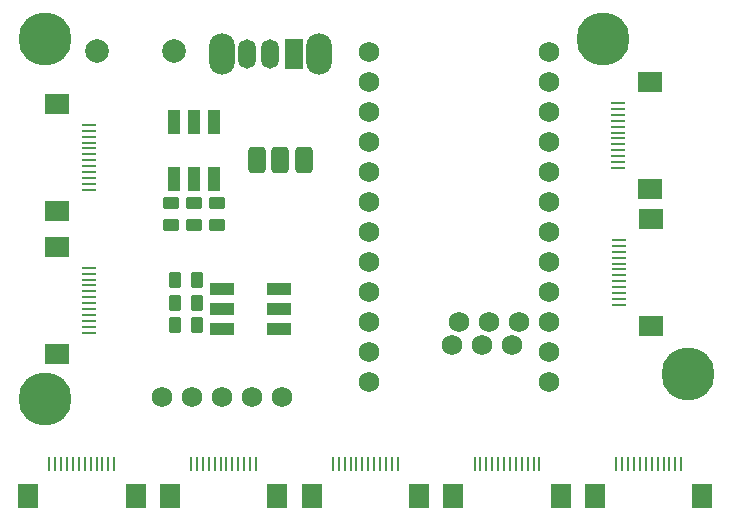
<source format=gbr>
%TF.GenerationSoftware,KiCad,Pcbnew,8.0.5*%
%TF.CreationDate,2024-10-29T12:08:31+01:00*%
%TF.ProjectId,mcu_holder,6d63755f-686f-46c6-9465-722e6b696361,rev?*%
%TF.SameCoordinates,Original*%
%TF.FileFunction,Soldermask,Top*%
%TF.FilePolarity,Negative*%
%FSLAX46Y46*%
G04 Gerber Fmt 4.6, Leading zero omitted, Abs format (unit mm)*
G04 Created by KiCad (PCBNEW 8.0.5) date 2024-10-29 12:08:31*
%MOMM*%
%LPD*%
G01*
G04 APERTURE LIST*
G04 Aperture macros list*
%AMRoundRect*
0 Rectangle with rounded corners*
0 $1 Rounding radius*
0 $2 $3 $4 $5 $6 $7 $8 $9 X,Y pos of 4 corners*
0 Add a 4 corners polygon primitive as box body*
4,1,4,$2,$3,$4,$5,$6,$7,$8,$9,$2,$3,0*
0 Add four circle primitives for the rounded corners*
1,1,$1+$1,$2,$3*
1,1,$1+$1,$4,$5*
1,1,$1+$1,$6,$7*
1,1,$1+$1,$8,$9*
0 Add four rect primitives between the rounded corners*
20,1,$1+$1,$2,$3,$4,$5,0*
20,1,$1+$1,$4,$5,$6,$7,0*
20,1,$1+$1,$6,$7,$8,$9,0*
20,1,$1+$1,$8,$9,$2,$3,0*%
G04 Aperture macros list end*
%ADD10R,0.280000X1.250000*%
%ADD11R,1.800000X2.000000*%
%ADD12RoundRect,0.250000X0.450000X-0.262500X0.450000X0.262500X-0.450000X0.262500X-0.450000X-0.262500X0*%
%ADD13R,1.100000X2.000000*%
%ADD14C,4.500000*%
%ADD15RoundRect,0.250000X-0.262500X-0.450000X0.262500X-0.450000X0.262500X0.450000X-0.262500X0.450000X0*%
%ADD16R,1.250000X0.280000*%
%ADD17R,2.000000X1.800000*%
%ADD18O,2.200000X3.500000*%
%ADD19R,1.500000X2.500000*%
%ADD20O,1.500000X2.500000*%
%ADD21C,1.752600*%
%ADD22C,2.000000*%
%ADD23RoundRect,0.375000X0.375000X0.750000X-0.375000X0.750000X-0.375000X-0.750000X0.375000X-0.750000X0*%
%ADD24R,2.000000X1.100000*%
G04 APERTURE END LIST*
D10*
%TO.C,J11*%
X130850000Y-74082000D03*
X131350000Y-74082000D03*
X131850000Y-74082000D03*
X132350000Y-74082000D03*
X132850000Y-74082000D03*
X133350000Y-74082000D03*
X133850000Y-74082000D03*
X134350000Y-74082000D03*
X134850000Y-74082000D03*
X135350000Y-74082000D03*
X135850000Y-74082000D03*
X136350000Y-74082000D03*
D11*
X138150000Y-76806000D03*
X129050000Y-76806000D03*
%TD*%
D10*
%TO.C,J16*%
X142850000Y-74082000D03*
X143350000Y-74082000D03*
X143850000Y-74082000D03*
X144350000Y-74082000D03*
X144850000Y-74082000D03*
X145350000Y-74082000D03*
X145850000Y-74082000D03*
X146350000Y-74082000D03*
X146850000Y-74082000D03*
X147350000Y-74082000D03*
X147850000Y-74082000D03*
X148350000Y-74082000D03*
D11*
X150150000Y-76806000D03*
X141050000Y-76806000D03*
%TD*%
D12*
%TO.C,R1*%
X105156000Y-53848000D03*
X105156000Y-52023000D03*
%TD*%
D13*
%TO.C,D2*%
X105390000Y-45200000D03*
X105390000Y-50000000D03*
X107090000Y-45200000D03*
X107090000Y-50000000D03*
X108790000Y-45200000D03*
X108790000Y-50000000D03*
%TD*%
D14*
%TO.C,H5*%
X94486973Y-38100000D03*
%TD*%
D15*
%TO.C,R5*%
X105513500Y-60452000D03*
X107338500Y-60452000D03*
%TD*%
D14*
%TO.C,H8*%
X148929065Y-66500000D03*
%TD*%
D12*
%TO.C,R3*%
X109041331Y-53851517D03*
X109041331Y-52026517D03*
%TD*%
D16*
%TO.C,J17*%
X98249000Y-57500000D03*
X98249000Y-58000000D03*
X98249000Y-58500000D03*
X98249000Y-59000000D03*
X98249000Y-59500000D03*
X98249000Y-60000000D03*
X98249000Y-60500000D03*
X98249000Y-61000000D03*
X98249000Y-61500000D03*
X98249000Y-62000000D03*
X98249000Y-62500000D03*
X98249000Y-63000000D03*
D17*
X95525000Y-64800000D03*
X95525000Y-55700000D03*
%TD*%
D18*
%TO.C,SW17*%
X117654000Y-39370000D03*
X109454000Y-39370000D03*
D19*
X115554000Y-39370000D03*
D20*
X113554000Y-39370000D03*
X111554000Y-39370000D03*
%TD*%
D10*
%TO.C,J13*%
X106850000Y-74082000D03*
X107350000Y-74082000D03*
X107850000Y-74082000D03*
X108350000Y-74082000D03*
X108850000Y-74082000D03*
X109350000Y-74082000D03*
X109850000Y-74082000D03*
X110350000Y-74082000D03*
X110850000Y-74082000D03*
X111350000Y-74082000D03*
X111850000Y-74082000D03*
X112350000Y-74082000D03*
D11*
X114150000Y-76806000D03*
X105050000Y-76806000D03*
%TD*%
D15*
%TO.C,R6*%
X105507500Y-58540000D03*
X107332500Y-58540000D03*
%TD*%
D21*
%TO.C,Display1*%
X104410000Y-68430000D03*
X106950000Y-68430000D03*
X109490000Y-68430000D03*
X112030000Y-68430000D03*
X114570000Y-68430000D03*
%TD*%
D16*
%TO.C,J2*%
X142962000Y-49050000D03*
X142962000Y-48550000D03*
X142962000Y-48050000D03*
X142962000Y-47550000D03*
X142962000Y-47050000D03*
X142962000Y-46550000D03*
X142962000Y-46050000D03*
X142962000Y-45550000D03*
X142962000Y-45050000D03*
X142962000Y-44550000D03*
X142962000Y-44050000D03*
X142962000Y-43550000D03*
D17*
X145686000Y-41750000D03*
X145686000Y-50850000D03*
%TD*%
D22*
%TO.C,SW16*%
X105410000Y-39116000D03*
X98910000Y-39116000D03*
%TD*%
D12*
%TO.C,R2*%
X107100000Y-53848000D03*
X107100000Y-52023000D03*
%TD*%
D14*
%TO.C,H7*%
X141740000Y-38120000D03*
%TD*%
D23*
%TO.C,J7*%
X112400000Y-48340000D03*
X114400000Y-48340000D03*
X116400000Y-48340000D03*
%TD*%
D16*
%TO.C,J3*%
X143102000Y-60640000D03*
X143102000Y-60140000D03*
X143102000Y-59640000D03*
X143102000Y-59140000D03*
X143102000Y-58640000D03*
X143102000Y-58140000D03*
X143102000Y-57640000D03*
X143102000Y-57140000D03*
X143102000Y-56640000D03*
X143102000Y-56140000D03*
X143102000Y-55640000D03*
X143102000Y-55140000D03*
D17*
X145826000Y-53340000D03*
X145826000Y-62440000D03*
%TD*%
D15*
%TO.C,R4*%
X105507500Y-62360000D03*
X107332500Y-62360000D03*
%TD*%
D16*
%TO.C,J15*%
X98249000Y-45400000D03*
X98249000Y-45900000D03*
X98249000Y-46400000D03*
X98249000Y-46900000D03*
X98249000Y-47400000D03*
X98249000Y-47900000D03*
X98249000Y-48400000D03*
X98249000Y-48900000D03*
X98249000Y-49400000D03*
X98249000Y-49900000D03*
X98249000Y-50400000D03*
X98249000Y-50900000D03*
D17*
X95525000Y-52700000D03*
X95525000Y-43600000D03*
%TD*%
D10*
%TO.C,J14*%
X94850000Y-74082000D03*
X95350000Y-74082000D03*
X95850000Y-74082000D03*
X96350000Y-74082000D03*
X96850000Y-74082000D03*
X97350000Y-74082000D03*
X97850000Y-74082000D03*
X98350000Y-74082000D03*
X98850000Y-74082000D03*
X99350000Y-74082000D03*
X99850000Y-74082000D03*
X100350000Y-74082000D03*
D11*
X102150000Y-76806000D03*
X93050000Y-76806000D03*
%TD*%
D24*
%TO.C,D1*%
X109500000Y-62660000D03*
X114300000Y-62660000D03*
X109500000Y-60960000D03*
X114300000Y-60960000D03*
X109500000Y-59260000D03*
X114300000Y-59260000D03*
%TD*%
D10*
%TO.C,J12*%
X118850000Y-74082000D03*
X119350000Y-74082000D03*
X119850000Y-74082000D03*
X120350000Y-74082000D03*
X120850000Y-74082000D03*
X121350000Y-74082000D03*
X121850000Y-74082000D03*
X122350000Y-74082000D03*
X122850000Y-74082000D03*
X123350000Y-74082000D03*
X123850000Y-74082000D03*
X124350000Y-74082000D03*
D11*
X126150000Y-76806000D03*
X117050000Y-76806000D03*
%TD*%
D14*
%TO.C,H6*%
X94485092Y-68580000D03*
%TD*%
D21*
%TO.C,J1*%
X137120000Y-39205000D03*
X137120000Y-41745000D03*
X137120000Y-44285000D03*
X137120000Y-46825000D03*
X137120000Y-49365000D03*
X137120000Y-51905000D03*
X137120000Y-54445000D03*
X137120000Y-56985000D03*
X137120000Y-59525000D03*
X137120000Y-62065000D03*
X137120000Y-64605000D03*
X137120000Y-67145000D03*
X121880000Y-67145000D03*
X121880000Y-64605000D03*
X121880000Y-62065000D03*
X121880000Y-59525000D03*
X121880000Y-56985000D03*
X121880000Y-54445000D03*
X121880000Y-51905000D03*
X121880000Y-49365000D03*
X121880000Y-46825000D03*
X121880000Y-44285000D03*
X121880000Y-41745000D03*
X121880000Y-39205000D03*
X134580000Y-62065000D03*
X134040000Y-64055000D03*
X132040000Y-62065000D03*
X131500000Y-64055000D03*
X129500000Y-62065000D03*
X128960000Y-64055000D03*
%TD*%
M02*

</source>
